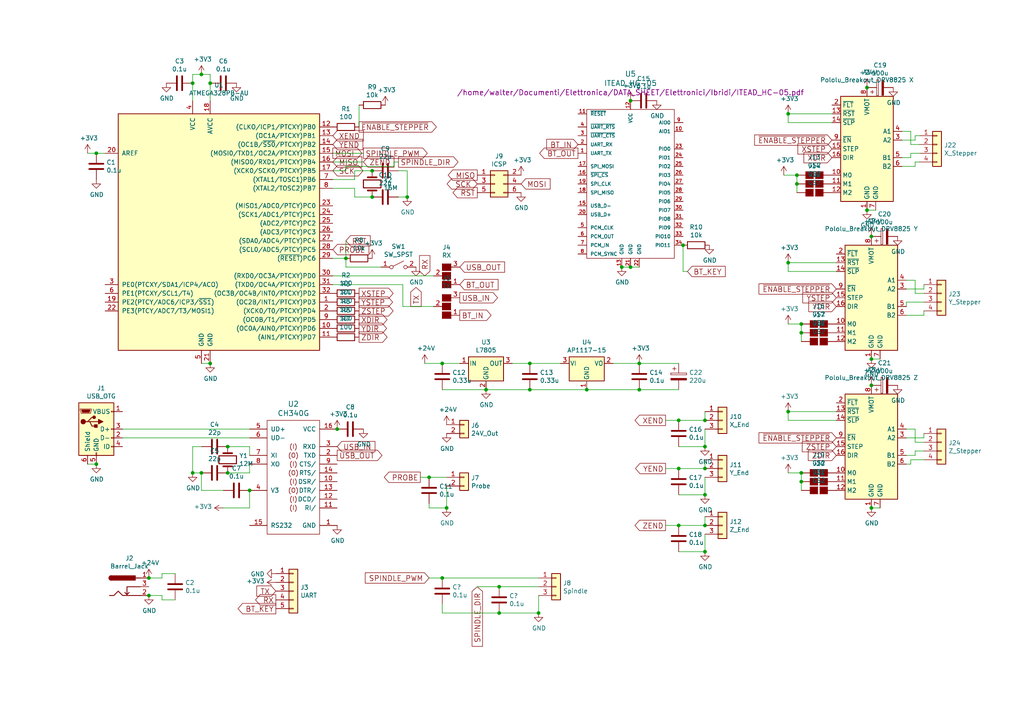
<source format=kicad_sch>
(kicad_sch (version 20230121) (generator eeschema)
  (paper "A4")
  (junction (at 66.04 129.54))
  (junction (at 128.27 167.64))
  (junction (at 252.73 68.58))
  (junction (at 43.18 167.64))
  (junction (at 144.78 170.18))
  (junction (at 182.88 29.21))
  (junction (at 204.47 152.4))
  (junction (at 182.88 77.47))
  (junction (at 55.88 137.16))
  (junction (at 118.11 57.15))
  (junction (at 204.47 129.54))
  (junction (at 58.42 137.16))
  (junction (at 124.46 138.43))
  (junction (at 228.6 119.38))
  (junction (at 144.78 177.8))
  (junction (at 72.39 142.24))
  (junction (at 204.47 143.51))
  (junction (at 204.47 160.02))
  (junction (at 66.04 137.16))
  (junction (at 232.41 93.98))
  (junction (at 153.67 105.41))
  (junction (at 231.14 53.34))
  (junction (at 55.88 24.13))
  (junction (at 252.73 111.76))
  (junction (at 185.42 105.41))
  (junction (at 140.97 113.03))
  (junction (at 204.47 121.92))
  (junction (at 60.96 105.41))
  (junction (at 228.6 76.2))
  (junction (at 153.67 113.03))
  (junction (at 204.47 135.89))
  (junction (at 180.34 77.47))
  (junction (at 228.6 33.02))
  (junction (at 252.73 104.14))
  (junction (at 27.94 134.62))
  (junction (at 252.73 147.32))
  (junction (at 129.54 147.32))
  (junction (at 170.18 113.03))
  (junction (at 251.46 25.4))
  (junction (at 231.14 50.8))
  (junction (at 97.79 124.46))
  (junction (at 27.94 44.45))
  (junction (at 196.85 152.4))
  (junction (at 107.95 57.15))
  (junction (at 128.27 105.41))
  (junction (at 156.21 177.8))
  (junction (at 251.46 60.96))
  (junction (at 232.41 96.52))
  (junction (at 198.12 71.12))
  (junction (at 196.85 121.92))
  (junction (at 232.41 139.7))
  (junction (at 107.95 49.53))
  (junction (at 196.85 135.89))
  (junction (at 58.42 21.59))
  (junction (at 185.42 113.03))
  (junction (at 100.33 74.93))
  (junction (at 60.96 24.13))
  (junction (at 43.18 172.72))
  (junction (at 232.41 137.16))
  (wire (pts (xy 196.85 135.89) (xy 204.47 135.89)))
  (wire (pts (xy 153.67 113.03) (xy 170.18 113.03)))
  (wire (pts (xy 265.43 130.81) (xy 267.97 130.81)))
  (wire (pts (xy 102.87 52.07) (xy 102.87 49.53)))
  (wire (pts (xy 228.6 35.56) (xy 228.6 33.02)))
  (wire (pts (xy 193.04 135.89) (xy 196.85 135.89)))
  (wire (pts (xy 228.6 121.92) (xy 228.6 119.38)))
  (wire (pts (xy 128.27 177.8) (xy 144.78 177.8)))
  (wire (pts (xy 129.54 138.43) (xy 124.46 138.43)))
  (wire (pts (xy 58.42 142.24) (xy 58.42 137.16)))
  (wire (pts (xy 46.99 172.72) (xy 46.99 173.99)))
  (wire (pts (xy 96.52 54.61) (xy 102.87 54.61)))
  (wire (pts (xy 116.84 82.55) (xy 116.84 88.9)))
  (wire (pts (xy 148.59 105.41) (xy 153.67 105.41)))
  (wire (pts (xy 100.33 77.47) (xy 100.33 74.93)))
  (wire (pts (xy 264.16 41.91) (xy 266.7 41.91)))
  (wire (pts (xy 102.87 57.15) (xy 107.95 57.15)))
  (wire (pts (xy 265.43 124.46) (xy 265.43 128.27)))
  (wire (pts (xy 138.43 170.18) (xy 144.78 170.18)))
  (wire (pts (xy 121.92 138.43) (xy 124.46 138.43)))
  (wire (pts (xy 156.21 172.72) (xy 156.21 177.8)))
  (wire (pts (xy 193.04 152.4) (xy 196.85 152.4)))
  (wire (pts (xy 25.4 134.62) (xy 27.94 134.62)))
  (wire (pts (xy 231.14 50.8) (xy 231.14 53.34)))
  (wire (pts (xy 96.52 52.07) (xy 102.87 52.07)))
  (wire (pts (xy 252.73 104.14) (xy 255.27 104.14)))
  (wire (pts (xy 46.99 173.99) (xy 50.8 173.99)))
  (wire (pts (xy 227.33 50.8) (xy 231.14 50.8)))
  (wire (pts (xy 264.16 38.1) (xy 264.16 41.91)))
  (wire (pts (xy 30.48 44.45) (xy 27.94 44.45)))
  (wire (pts (xy 196.85 121.92) (xy 204.47 121.92)))
  (wire (pts (xy 55.88 129.54) (xy 55.88 137.16)))
  (wire (pts (xy 156.21 170.18) (xy 144.78 170.18)))
  (wire (pts (xy 72.39 142.24) (xy 72.39 147.32)))
  (wire (pts (xy 265.43 48.26) (xy 261.62 48.26)))
  (wire (pts (xy 261.62 38.1) (xy 264.16 38.1)))
  (wire (pts (xy 124.46 167.64) (xy 128.27 167.64)))
  (wire (pts (xy 58.42 105.41) (xy 60.96 105.41)))
  (wire (pts (xy 261.62 40.64) (xy 265.43 40.64)))
  (wire (pts (xy 262.89 124.46) (xy 265.43 124.46)))
  (wire (pts (xy 123.19 105.41) (xy 128.27 105.41)))
  (wire (pts (xy 232.41 93.98) (xy 232.41 96.52)))
  (wire (pts (xy 204.47 124.46) (xy 204.47 129.54)))
  (wire (pts (xy 72.39 134.62) (xy 72.39 137.16)))
  (wire (pts (xy 265.43 132.08) (xy 265.43 130.81)))
  (wire (pts (xy 128.27 167.64) (xy 156.21 167.64)))
  (wire (pts (xy 72.39 147.32) (xy 64.77 147.32)))
  (wire (pts (xy 55.88 29.21) (xy 55.88 24.13)))
  (wire (pts (xy 196.85 152.4) (xy 204.47 152.4)))
  (wire (pts (xy 204.47 138.43) (xy 204.47 143.51)))
  (wire (pts (xy 264.16 133.35) (xy 267.97 133.35)))
  (wire (pts (xy 60.96 24.13) (xy 60.96 29.21)))
  (wire (pts (xy 228.6 137.16) (xy 232.41 137.16)))
  (wire (pts (xy 110.49 77.47) (xy 100.33 77.47)))
  (wire (pts (xy 177.8 105.41) (xy 185.42 105.41)))
  (wire (pts (xy 60.96 21.59) (xy 60.96 24.13)))
  (wire (pts (xy 129.54 140.97) (xy 129.54 147.32)))
  (wire (pts (xy 128.27 113.03) (xy 140.97 113.03)))
  (wire (pts (xy 153.67 113.03) (xy 140.97 113.03)))
  (wire (pts (xy 232.41 142.24) (xy 232.41 139.7)))
  (wire (pts (xy 55.88 21.59) (xy 55.88 24.13)))
  (wire (pts (xy 265.43 39.37) (xy 266.7 39.37)))
  (wire (pts (xy 241.3 33.02) (xy 228.6 33.02)))
  (wire (pts (xy 128.27 175.26) (xy 128.27 177.8)))
  (wire (pts (xy 100.33 49.53) (xy 100.33 48.26)))
  (wire (pts (xy 262.89 87.63) (xy 267.97 87.63)))
  (wire (pts (xy 100.33 48.26) (xy 114.3 48.26)))
  (wire (pts (xy 264.16 45.72) (xy 264.16 44.45)))
  (wire (pts (xy 193.04 121.92) (xy 196.85 121.92)))
  (wire (pts (xy 262.89 127) (xy 267.97 127)))
  (wire (pts (xy 114.3 48.26) (xy 114.3 46.99)))
  (wire (pts (xy 72.39 129.54) (xy 72.39 132.08)))
  (wire (pts (xy 102.87 54.61) (xy 102.87 57.15)))
  (wire (pts (xy 72.39 127) (xy 35.56 127)))
  (wire (pts (xy 105.41 44.45) (xy 96.52 44.45)))
  (wire (pts (xy 261.62 45.72) (xy 264.16 45.72)))
  (wire (pts (xy 58.42 21.59) (xy 60.96 21.59)))
  (wire (pts (xy 96.52 80.01) (xy 125.73 80.01)))
  (wire (pts (xy 35.56 124.46) (xy 72.39 124.46)))
  (wire (pts (xy 204.47 133.35) (xy 204.47 135.89)))
  (wire (pts (xy 114.3 46.99) (xy 115.57 46.99)))
  (wire (pts (xy 204.47 149.86) (xy 204.47 152.4)))
  (wire (pts (xy 105.41 46.99) (xy 96.52 46.99)))
  (wire (pts (xy 100.33 69.85) (xy 100.33 74.93)))
  (wire (pts (xy 267.97 91.44) (xy 267.97 90.17)))
  (wire (pts (xy 170.18 113.03) (xy 185.42 113.03)))
  (wire (pts (xy 242.57 121.92) (xy 228.6 121.92)))
  (wire (pts (xy 262.89 134.62) (xy 264.16 134.62)))
  (wire (pts (xy 46.99 166.37) (xy 50.8 166.37)))
  (wire (pts (xy 267.97 127) (xy 267.97 125.73)))
  (wire (pts (xy 228.6 78.74) (xy 228.6 76.2)))
  (wire (pts (xy 199.39 78.74) (xy 198.12 78.74)))
  (wire (pts (xy 196.85 143.51) (xy 204.47 143.51)))
  (wire (pts (xy 266.7 46.99) (xy 265.43 46.99)))
  (wire (pts (xy 242.57 119.38) (xy 228.6 119.38)))
  (wire (pts (xy 262.89 88.9) (xy 262.89 87.63)))
  (wire (pts (xy 25.4 44.45) (xy 27.94 44.45)))
  (wire (pts (xy 262.89 132.08) (xy 265.43 132.08)))
  (wire (pts (xy 204.47 154.94) (xy 204.47 160.02)))
  (wire (pts (xy 196.85 160.02) (xy 204.47 160.02)))
  (wire (pts (xy 133.35 105.41) (xy 128.27 105.41)))
  (wire (pts (xy 144.78 177.8) (xy 156.21 177.8)))
  (wire (pts (xy 116.84 88.9) (xy 125.73 88.9)))
  (wire (pts (xy 262.89 83.82) (xy 267.97 83.82)))
  (wire (pts (xy 115.57 49.53) (xy 118.11 49.53)))
  (wire (pts (xy 46.99 167.64) (xy 46.99 166.37)))
  (wire (pts (xy 262.89 81.28) (xy 265.43 81.28)))
  (wire (pts (xy 265.43 85.09) (xy 267.97 85.09)))
  (wire (pts (xy 102.87 49.53) (xy 107.95 49.53)))
  (wire (pts (xy 232.41 96.52) (xy 232.41 99.06)))
  (wire (pts (xy 265.43 40.64) (xy 265.43 39.37)))
  (wire (pts (xy 232.41 139.7) (xy 232.41 137.16)))
  (wire (pts (xy 115.57 57.15) (xy 118.11 57.15)))
  (wire (pts (xy 96.52 49.53) (xy 100.33 49.53)))
  (wire (pts (xy 129.54 147.32) (xy 124.46 147.32)))
  (wire (pts (xy 262.89 91.44) (xy 267.97 91.44)))
  (wire (pts (xy 185.42 105.41) (xy 196.85 105.41)))
  (wire (pts (xy 228.6 93.98) (xy 232.41 93.98)))
  (wire (pts (xy 265.43 128.27) (xy 267.97 128.27)))
  (wire (pts (xy 64.77 142.24) (xy 58.42 142.24)))
  (wire (pts (xy 96.52 74.93) (xy 100.33 74.93)))
  (wire (pts (xy 251.46 60.96) (xy 254 60.96)))
  (wire (pts (xy 124.46 147.32) (xy 124.46 146.05)))
  (wire (pts (xy 58.42 21.59) (xy 55.88 21.59)))
  (wire (pts (xy 153.67 105.41) (xy 162.56 105.41)))
  (wire (pts (xy 198.12 78.74) (xy 198.12 71.12)))
  (wire (pts (xy 118.11 49.53) (xy 118.11 57.15)))
  (wire (pts (xy 196.85 113.03) (xy 185.42 113.03)))
  (wire (pts (xy 241.3 35.56) (xy 228.6 35.56)))
  (wire (pts (xy 43.18 167.64) (xy 46.99 167.64)))
  (wire (pts (xy 265.43 81.28) (xy 265.43 85.09)))
  (wire (pts (xy 265.43 46.99) (xy 265.43 48.26)))
  (wire (pts (xy 252.73 147.32) (xy 255.27 147.32)))
  (wire (pts (xy 185.42 77.47) (xy 182.88 77.47)))
  (wire (pts (xy 267.97 83.82) (xy 267.97 82.55)))
  (wire (pts (xy 43.18 172.72) (xy 46.99 172.72)))
  (wire (pts (xy 104.14 30.48) (xy 104.14 36.83)))
  (wire (pts (xy 72.39 137.16) (xy 66.04 137.16)))
  (wire (pts (xy 228.6 76.2) (xy 242.57 76.2)))
  (wire (pts (xy 96.52 82.55) (xy 116.84 82.55)))
  (wire (pts (xy 182.88 77.47) (xy 180.34 77.47)))
  (wire (pts (xy 264.16 44.45) (xy 266.7 44.45)))
  (wire (pts (xy 196.85 129.54) (xy 204.47 129.54)))
  (wire (pts (xy 66.04 129.54) (xy 72.39 129.54)))
  (wire (pts (xy 204.47 119.38) (xy 204.47 121.92)))
  (wire (pts (xy 231.14 53.34) (xy 231.14 55.88)))
  (wire (pts (xy 264.16 134.62) (xy 264.16 133.35)))
  (wire (pts (xy 55.88 137.16) (xy 58.42 137.16)))
  (wire (pts (xy 58.42 129.54) (xy 55.88 129.54)))
  (wire (pts (xy 242.57 78.74) (xy 228.6 78.74)))
  (global_label "BT_OUT" (shape output) (at 167.64 44.45 180) (effects (font (size 1.524 1.524))) (property "Intersheetrefs" "${INTERSHEET_REFS}" (effects hide)))
  (global_label "BT_KEY" (shape output) (at 80.01 176.53 180) (effects (font (size 1.524 1.524))) (property "Intersheetrefs" "${INTERSHEET_REFS}" (effects hide)))
  (global_label "XDIR" (shape output) (at 104.14 92.71 0) (effects (font (size 1.524 1.524))) (property "Intersheetrefs" "${INTERSHEET_REFS}" (effects hide)))
  (global_label "ZDIR" (shape output) (at 104.14 97.79 0) (effects (font (size 1.524 1.524))) (property "Intersheetrefs" "${INTERSHEET_REFS}" (effects hide)))
  (global_label "XEND" (shape input) (at 96.52 39.37 0) (effects (font (size 1.524 1.524))) (property "Intersheetrefs" "${INTERSHEET_REFS}" (effects hide)))
  (global_label "ZEND" (shape output) (at 193.04 152.4 180) (effects (font (size 1.524 1.524))) (property "Intersheetrefs" "${INTERSHEET_REFS}" (effects hide)))
  (global_label "RST" (shape input) (at 100.33 69.85 0) (effects (font (size 1.524 1.524))) (property "Intersheetrefs" "${INTERSHEET_REFS}" (effects hide)))
  (global_label "YSTEP" (shape output) (at 104.14 87.63 0) (effects (font (size 1.524 1.524))) (property "Intersheetrefs" "${INTERSHEET_REFS}" (effects hide)))
  (global_label "PROBE" (shape input) (at 96.52 72.39 0) (effects (font (size 1.524 1.524))) (property "Intersheetrefs" "${INTERSHEET_REFS}" (effects hide)))
  (global_label "ZSTEP" (shape output) (at 104.14 90.17 0) (effects (font (size 1.524 1.524))) (property "Intersheetrefs" "${INTERSHEET_REFS}" (effects hide)))
  (global_label "SCK" (shape bidirectional) (at 96.52 49.53 0) (effects (font (size 1.524 1.524))) (property "Intersheetrefs" "${INTERSHEET_REFS}" (effects hide)))
  (global_label "XSTEP" (shape input) (at 241.3 43.18 180) (effects (font (size 1.524 1.524))) (property "Intersheetrefs" "${INTERSHEET_REFS}" (effects hide)))
  (global_label "RX" (shape input) (at 123.19 80.01 90) (effects (font (size 1.524 1.524))) (property "Intersheetrefs" "${INTERSHEET_REFS}" (effects hide)))
  (global_label "SCK" (shape bidirectional) (at 138.43 53.34 180) (effects (font (size 1.524 1.524))) (property "Intersheetrefs" "${INTERSHEET_REFS}" (effects hide)))
  (global_label "TX" (shape input) (at 80.01 171.45 180) (effects (font (size 1.524 1.524))) (property "Intersheetrefs" "${INTERSHEET_REFS}" (effects hide)))
  (global_label "BT_IN" (shape input) (at 167.64 41.91 180) (effects (font (size 1.524 1.524))) (property "Intersheetrefs" "${INTERSHEET_REFS}" (effects hide)))
  (global_label "~{ENABLE_STEPPER}" (shape input) (at 242.57 83.82 180) (effects (font (size 1.524 1.524))) (property "Intersheetrefs" "${INTERSHEET_REFS}" (effects hide)))
  (global_label "SPINDLE_DIR" (shape output) (at 115.57 46.99 0) (effects (font (size 1.524 1.524))) (property "Intersheetrefs" "${INTERSHEET_REFS}" (effects hide)))
  (global_label "YEND" (shape output) (at 193.04 135.89 180) (effects (font (size 1.524 1.524))) (property "Intersheetrefs" "${INTERSHEET_REFS}" (effects hide)))
  (global_label "PROBE" (shape output) (at 121.92 138.43 180) (effects (font (size 1.524 1.524))) (property "Intersheetrefs" "${INTERSHEET_REFS}" (effects hide)))
  (global_label "BT_KEY" (shape input) (at 199.39 78.74 0) (effects (font (size 1.524 1.524))) (property "Intersheetrefs" "${INTERSHEET_REFS}" (effects hide)))
  (global_label "RX" (shape output) (at 80.01 173.99 180) (effects (font (size 1.524 1.524))) (property "Intersheetrefs" "${INTERSHEET_REFS}" (effects hide)))
  (global_label "ZEND" (shape input) (at 105.41 46.99 0) (effects (font (size 1.524 1.524))) (property "Intersheetrefs" "${INTERSHEET_REFS}" (effects hide)))
  (global_label "MISO" (shape input) (at 96.52 46.99 0) (effects (font (size 1.524 1.524))) (property "Intersheetrefs" "${INTERSHEET_REFS}" (effects hide)))
  (global_label "XDIR" (shape input) (at 241.3 45.72 180) (effects (font (size 1.524 1.524))) (property "Intersheetrefs" "${INTERSHEET_REFS}" (effects hide)))
  (global_label "USB_OUT" (shape output) (at 97.79 132.08 0) (effects (font (size 1.524 1.524))) (property "Intersheetrefs" "${INTERSHEET_REFS}" (effects hide)))
  (global_label "MOSI" (shape output) (at 96.52 44.45 0) (effects (font (size 1.524 1.524))) (property "Intersheetrefs" "${INTERSHEET_REFS}" (effects hide)))
  (global_label "SPINDLE_PWM" (shape input) (at 124.46 167.64 180) (effects (font (size 1.524 1.524))) (property "Intersheetrefs" "${INTERSHEET_REFS}" (effects hide)))
  (global_label "~{ENABLE_STEPPER}" (shape input) (at 241.3 40.64 180) (effects (font (size 1.524 1.524))) (property "Intersheetrefs" "${INTERSHEET_REFS}" (effects hide)))
  (global_label "YDIR" (shape input) (at 242.57 88.9 180) (effects (font (size 1.524 1.524))) (property "Intersheetrefs" "${INTERSHEET_REFS}" (effects hide)))
  (global_label "USB_OUT" (shape input) (at 133.35 77.47 0) (effects (font (size 1.524 1.524))) (property "Intersheetrefs" "${INTERSHEET_REFS}" (effects hide)))
  (global_label "~{ENABLE_STEPPER}" (shape input) (at 242.57 127 180) (effects (font (size 1.524 1.524))) (property "Intersheetrefs" "${INTERSHEET_REFS}" (effects hide)))
  (global_label "XEND" (shape output) (at 193.04 121.92 180) (effects (font (size 1.524 1.524))) (property "Intersheetrefs" "${INTERSHEET_REFS}" (effects hide)))
  (global_label "BT_OUT" (shape input) (at 133.35 82.55 0) (effects (font (size 1.524 1.524))) (property "Intersheetrefs" "${INTERSHEET_REFS}" (effects hide)))
  (global_label "SPINDLE_PWM" (shape output) (at 105.41 44.45 0) (effects (font (size 1.524 1.524))) (property "Intersheetrefs" "${INTERSHEET_REFS}" (effects hide)))
  (global_label "YEND" (shape input) (at 96.52 41.91 0) (effects (font (size 1.524 1.524))) (property "Intersheetrefs" "${INTERSHEET_REFS}" (effects hide)))
  (global_label "YDIR" (shape output) (at 104.14 95.25 0) (effects (font (size 1.524 1.524))) (property "Intersheetrefs" "${INTERSHEET_REFS}" (effects hide)))
  (global_label "XSTEP" (shape output) (at 104.14 85.09 0) (effects (font (size 1.524 1.524))) (property "Intersheetrefs" "${INTERSHEET_REFS}" (effects hide)))
  (global_label "MISO" (shape output) (at 138.43 50.8 180) (effects (font (size 1.524 1.524))) (property "Intersheetrefs" "${INTERSHEET_REFS}" (effects hide)))
  (global_label "YSTEP" (shape input) (at 242.57 86.36 180) (effects (font (size 1.524 1.524))) (property "Intersheetrefs" "${INTERSHEET_REFS}" (effects hide)))
  (global_label "SPINDLE_DIR" (shape input) (at 138.43 170.18 270) (effects (font (size 1.524 1.524))) (property "Intersheetrefs" "${INTERSHEET_REFS}" (effects hide)))
  (global_label "ZSTEP" (shape input) (at 242.57 129.54 180) (effects (font (size 1.524 1.524))) (property "Intersheetrefs" "${INTERSHEET_REFS}" (effects hide)))
  (global_label "~{ENABLE_STEPPER}" (shape output) (at 104.14 36.83 0) (effects (font (size 1.524 1.524))) (property "Intersheetrefs" "${INTERSHEET_REFS}" (effects hide)))
  (global_label "ZDIR" (shape input) (at 242.57 132.08 180) (effects (font (size 1.524 1.524))) (property "Intersheetrefs" "${INTERSHEET_REFS}" (effects hide)))
  (global_label "BT_IN" (shape output) (at 133.35 91.44 0) (effects (font (size 1.524 1.524))) (property "Intersheetrefs" "${INTERSHEET_REFS}" (effects hide)))
  (global_label "USB_IN" (shape input) (at 97.79 129.54 0) (effects (font (size 1.524 1.524))) (property "Intersheetrefs" "${INTERSHEET_REFS}" (effects hide)))
  (global_label "TX" (shape output) (at 120.65 88.9 90) (effects (font (size 1.524 1.524))) (property "Intersheetrefs" "${INTERSHEET_REFS}" (effects hide)))
  (global_label "USB_IN" (shape output) (at 133.35 86.36 0) (effects (font (size 1.524 1.524))) (property "Intersheetrefs" "${INTERSHEET_REFS}" (effects hide)))
  (global_label "RST" (shape output) (at 138.43 55.88 180) (effects (font (size 1.524 1.524))) (property "Intersheetrefs" "${INTERSHEET_REFS}" (effects hide)))
  (global_label "MOSI" (shape input) (at 151.13 53.34 0) (effects (font (size 1.524 1.524))) (property "Intersheetrefs" "${INTERSHEET_REFS}" (effects hide)))
  (symbol (lib_id "dolly-rescue:C-device") (at 128.27 171.45 180) (unit 1)
    (property "Reference" "C?" (at 131.191 170.2816 0) (effects (justify right)))
    (property "Value" "0.1u" (at 131.191 172.593 0) (effects (justify right)))
    (property "Footprint" "coddingtonbear:0805_Milling" (effects hide))
  )
  (symbol (lib_id "dolly-rescue:C-device") (at 144.78 173.99 180) (unit 1)
    (property "Reference" "C?" (at 147.701 172.8216 0) (effects (justify right)))
    (property "Value" "0.1u" (at 147.701 175.133 0) (effects (justify right)))
    (property "Footprint" "coddingtonbear:0805_Milling" (effects hide))
  )
  (symbol (lib_id "dolly-rescue:Pololu_Breakout_DRV8825-modules") (at 251.46 40.64 0) (unit 1)
    (property "Reference" "A1" (at 251.46 20.8788 0))
    (property "Value" "Pololu_Breakout_DRV8825 X" (at 251.46 23.1902 0))
    (property "Footprint" "coddingtonbear:Pololu_Stepper_Breakout" (effects hide))
    (property "Datasheet" "https://www.pololu.com/product/2982" (effects hide))
  )
  (symbol (lib_id "dolly-rescue:Pololu_Breakout_DRV8825-modules") (at 252.73 83.82 0) (unit 1)
    (property "Reference" "A2" (at 252.73 64.0588 0))
    (property "Value" "Pololu_Breakout_DRV8825 Y" (at 252.73 66.3702 0))
    (property "Footprint" "coddingtonbear:Pololu_Stepper_Breakout" (effects hide))
    (property "Datasheet" "https://www.pololu.com/product/2982" (effects hide))
  )
  (symbol (lib_id "dolly-rescue:Pololu_Breakout_DRV8825-modules") (at 252.73 127 0) (unit 1)
    (property "Reference" "A3" (at 252.73 107.2388 0))
    (property "Value" "Pololu_Breakout_DRV8825 Z" (at 252.73 109.5502 0))
    (property "Footprint" "coddingtonbear:Pololu_Stepper_Breakout" (effects hide))
    (property "Datasheet" "https://www.pololu.com/product/2982" (effects hide))
  )
  (symbol (lib_id "dolly-rescue:ATMEGA328PB-AU-atmel") (at 63.5 67.31 0) (unit 1)
    (property "Reference" "U1" (at 63.5 24.6888 0))
    (property "Value" "ATMEGA328PB-AU" (at 63.5 27.0002 0))
    (property "Footprint" "sherifeid/RoboLib.pretty:TQFP32_ATMEGA328P" (effects hide))
    (property "Datasheet" "http://www.atmel.com/images/atmel-42397-8-bit-avr-microcontroller-atmega328pb_datasheet.pdf" (effects hide))
  )
  (symbol (lib_id "dolly-rescue:R-device") (at 107.95 30.48 270) (unit 1)
    (property "Reference" "R9" (at 107.95 25.2222 90))
    (property "Value" "10k" (at 107.95 27.5336 90))
    (property "Footprint" "coddingtonbear:0805_Milling" (effects hide))
  )
  (symbol (lib_id "dolly-rescue:R-device") (at 100.33 36.83 270) (unit 1)
    (property "Reference" "R1" (at 100.33 31.5722 90))
    (property "Value" "100" (at 100.33 33.8836 90))
    (property "Footprint" "coddingtonbear:0805_Milling" (effects hide))
  )
  (symbol (lib_id "dolly-rescue:GS2-Connector") (at 236.22 50.8 270) (unit 1)
    (property "Reference" "J13" (at 236.22 45.593 90))
    (property "Value" "GS2" (at 236.22 47.9044 90))
    (property "Footprint" "KiCad/Connect.pretty:GS2" (effects hide))
  )
  (symbol (lib_id "dolly-rescue:GS2-Connector") (at 236.22 53.34 270) (unit 1)
    (property "Reference" "J14" (at 236.22 48.133 90))
    (property "Value" "GS2" (at 236.22 50.4444 90))
    (property "Footprint" "KiCad/Connect.pretty:GS2" (effects hide))
  )
  (symbol (lib_id "dolly-rescue:GS2-Connector") (at 236.22 55.88 270) (unit 1)
    (property "Reference" "J15" (at 236.22 50.673 90))
    (property "Value" "GS2" (at 236.22 52.9844 90))
    (property "Footprint" "KiCad/Connect.pretty:GS2" (effects hide))
  )
  (symbol (lib_id "dolly-rescue:GS2-Connector") (at 237.49 93.98 270) (unit 1)
    (property "Reference" "J16" (at 237.49 88.773 90))
    (property "Value" "GS2" (at 237.49 91.0844 90))
    (property "Footprint" "KiCad/Connect.pretty:GS2" (effects hide))
  )
  (symbol (lib_id "dolly-rescue:GS2-Connector") (at 237.49 96.52 270) (unit 1)
    (property "Reference" "J17" (at 237.49 91.313 90))
    (property "Value" "GS2" (at 237.49 93.6244 90))
    (property "Footprint" "KiCad/Connect.pretty:GS2" (effects hide))
  )
  (symbol (lib_id "dolly-rescue:GS2-Connector") (at 237.49 99.06 270) (unit 1)
    (property "Reference" "J18" (at 237.49 93.853 90))
    (property "Value" "GS2" (at 237.49 96.1644 90))
    (property "Footprint" "KiCad/Connect.pretty:GS2" (effects hide))
  )
  (symbol (lib_id "dolly-rescue:GS2-Connector") (at 237.49 137.16 270) (unit 1)
    (property "Reference" "J19" (at 237.49 131.953 90))
    (property "Value" "GS2" (at 237.49 134.2644 90))
    (property "Footprint" "KiCad/Connect.pretty:GS2" (effects hide))
  )
  (symbol (lib_id "dolly-rescue:GS2-Connector") (at 237.49 139.7 270) (unit 1)
    (property "Reference" "J20" (at 237.49 134.493 90))
    (property "Value" "GS2" (at 237.49 136.8044 90))
    (property "Footprint" "KiCad/Connect.pretty:GS2" (effects hide))
  )
  (symbol (lib_id "dolly-rescue:GS2-Connector") (at 237.49 142.24 270) (unit 1)
    (property "Reference" "J21" (at 237.49 137.033 90))
    (property "Value" "GS2" (at 237.49 139.3444 90))
    (property "Footprint" "KiCad/Connect.pretty:GS2" (effects hide))
  )
  (symbol (lib_id "power:+24V") (at 251.46 25.4 0) (unit 1)
    (property "Reference" "#PWR01" (effects hide))
    (property "Value" "+24V" (at 251.841 21.0058 0))
  )
  (symbol (lib_id "power:+24V") (at 252.73 68.58 0) (unit 1)
    (property "Reference" "#PWR02" (effects hide))
    (property "Value" "+24V" (at 253.111 64.1858 0))
  )
  (symbol (lib_id "power:+24V") (at 252.73 111.76 0) (unit 1)
    (property "Reference" "#PWR03" (effects hide))
    (property "Value" "+24V" (at 253.111 107.3658 0))
  )
  (symbol (lib_id "power:GND") (at 251.46 60.96 0) (unit 1)
    (property "Reference" "#PWR04" (effects hide))
    (property "Value" "GND" (at 251.587 65.3542 0))
  )
  (symbol (lib_id "power:GND") (at 252.73 104.14 0) (unit 1)
    (property "Reference" "#PWR05" (effects hide))
    (property "Value" "GND" (at 252.857 108.5342 0))
  )
  (symbol (lib_id "power:GND") (at 252.73 147.32 0) (unit 1)
    (property "Reference" "#PWR06" (effects hide))
    (property "Value" "GND" (at 252.857 151.7142 0))
  )
  (symbol (lib_id "dolly-rescue:R-device") (at 100.33 85.09 270) (unit 1)
    (property "Reference" "R2" (at 100.33 79.8322 90))
    (property "Value" "100" (at 100.33 82.1436 90))
    (property "Footprint" "coddingtonbear:0805_Milling" (effects hide))
  )
  (symbol (lib_id "dolly-rescue:R-device") (at 100.33 92.71 270) (unit 1)
    (property "Reference" "R5" (at 100.33 87.4522 90))
    (property "Value" "100" (at 100.33 89.7636 90))
    (property "Footprint" "coddingtonbear:0805_Milling" (effects hide))
  )
  (symbol (lib_id "dolly-rescue:R-device") (at 100.33 95.25 270) (unit 1)
    (property "Reference" "R6" (at 100.33 89.9922 90))
    (property "Value" "100" (at 100.33 92.3036 90))
    (property "Footprint" "coddingtonbear:0805_Milling" (effects hide))
  )
  (symbol (lib_id "dolly-rescue:R-device") (at 100.33 87.63 270) (unit 1)
    (property "Reference" "R3" (at 100.33 82.3722 90))
    (property "Value" "100" (at 100.33 84.6836 90))
    (property "Footprint" "coddingtonbear:0805_Milling" (effects hide))
  )
  (symbol (lib_id "dolly-rescue:R-device") (at 100.33 90.17 270) (unit 1)
    (property "Reference" "R4" (at 100.33 84.9122 90))
    (property "Value" "100" (at 100.33 87.2236 90))
    (property "Footprint" "coddingtonbear:0805_Milling" (effects hide))
  )
  (symbol (lib_id "dolly-rescue:R-device") (at 100.33 97.79 270) (unit 1)
    (property "Reference" "R7" (at 100.33 92.5322 90))
    (property "Value" "100" (at 100.33 94.8436 90))
    (property "Footprint" "coddingtonbear:0805_Milling" (effects hide))
  )
  (symbol (lib_id "dolly-rescue:Crystal-device") (at 107.95 53.34 270) (unit 1)
    (property "Reference" "Y2" (at 111.2774 52.1716 90) (effects (justify left)))
    (property "Value" "16M" (at 111.2774 54.483 90) (effects (justify left)))
    (property "Footprint" "monostable/CommonPartsLibrary.pretty:XTAL_HC-49US-16.000MHZ" (effects hide))
  )
  (symbol (lib_id "dolly-rescue:C-device") (at 111.76 49.53 270) (unit 1)
    (property "Reference" "C9" (at 111.76 43.1292 90))
    (property "Value" "22p" (at 111.76 45.4406 90))
    (property "Footprint" "coddingtonbear:0805_Milling" (effects hide))
  )
  (symbol (lib_id "dolly-rescue:C-device") (at 111.76 57.15 270) (unit 1)
    (property "Reference" "C10" (at 111.76 50.7492 90))
    (property "Value" "22p" (at 111.76 53.0606 90))
    (property "Footprint" "coddingtonbear:0805_Milling" (effects hide))
  )
  (symbol (lib_id "power:GND") (at 118.11 57.15 0) (unit 1)
    (property "Reference" "#PWR07" (effects hide))
    (property "Value" "GND" (at 118.237 61.5442 0))
  )
  (symbol (lib_id "dolly-rescue:CH340G-coddingtonbear") (at 85.09 139.7 0) (unit 1)
    (property "Reference" "U2" (at 85.09 117.1702 0) (effects (font (size 1.524 1.524))))
    (property "Value" "CH340G" (at 85.09 119.8626 0) (effects (font (size 1.524 1.524))))
    (property "Footprint" "adamgreig/agg-kicad/agg.pretty:SOIC-16" (effects hide))
  )
  (symbol (lib_id "dolly-rescue:Crystal-device") (at 66.04 133.35 90) (unit 1)
    (property "Reference" "Y1" (at 69.3674 132.1816 90) (effects (justify right)))
    (property "Value" "12M" (at 69.3674 134.493 90) (effects (justify right)))
    (property "Footprint" "monostable/CommonPartsLibrary.pretty:XTAL_HC-49US-16.000MHZ" (effects hide))
  )
  (symbol (lib_id "dolly-rescue:C-device") (at 62.23 129.54 270) (unit 1)
    (property "Reference" "C4" (at 62.23 123.1392 90))
    (property "Value" "22p" (at 62.23 125.4506 90))
    (property "Footprint" "coddingtonbear:0805_Milling" (effects hide))
  )
  (symbol (lib_id "dolly-rescue:C-device") (at 62.23 137.16 270) (unit 1)
    (property "Reference" "C5" (at 62.23 130.7592 90))
    (property "Value" "22p" (at 62.23 133.0706 90))
    (property "Footprint" "coddingtonbear:0805_Milling" (effects hide))
  )
  (symbol (lib_id "power:GND") (at 55.88 137.16 0) (unit 1)
    (property "Reference" "#PWR08" (effects hide))
    (property "Value" "GND" (at 56.007 141.5542 0))
  )
  (symbol (lib_id "power:GND") (at 97.79 152.4 0) (unit 1)
    (property "Reference" "#PWR09" (effects hide))
    (property "Value" "GND" (at 97.917 156.7942 0))
  )
  (symbol (lib_id "power:GND") (at 60.96 105.41 0) (unit 1)
    (property "Reference" "#PWR010" (effects hide))
    (property "Value" "GND" (at 61.087 109.8042 0))
  )
  (symbol (lib_id "dolly-rescue:C-device") (at 52.07 24.13 270) (unit 1)
    (property "Reference" "C3" (at 52.07 17.7292 90))
    (property "Value" "0.1u" (at 52.07 20.0406 90))
    (property "Footprint" "coddingtonbear:0805_Milling" (effects hide))
  )
  (symbol (lib_id "dolly-rescue:C-device") (at 64.77 24.13 270) (unit 1)
    (property "Reference" "C6" (at 64.77 17.7292 90))
    (property "Value" "0.1u" (at 64.77 20.0406 90))
    (property "Footprint" "coddingtonbear:0805_Milling" (effects hide))
  )
  (symbol (lib_id "power:GND") (at 68.58 24.13 0) (unit 1)
    (property "Reference" "#PWR011" (effects hide))
    (property "Value" "GND" (at 68.707 28.5242 0))
  )
  (symbol (lib_id "power:GND") (at 48.26 24.13 0) (unit 1)
    (property "Reference" "#PWR012" (effects hide))
    (property "Value" "GND" (at 48.387 28.5242 0))
  )
  (symbol (lib_id "dolly-rescue:C-device") (at 27.94 48.26 180) (unit 1)
    (property "Reference" "C1" (at 30.861 47.0916 0) (effects (justify right)))
    (property "Value" "0.1u" (at 30.861 49.403 0) (effects (justify right)))
    (property "Footprint" "coddingtonbear:0805_Milling" (effects hide))
  )
  (symbol (lib_id "power:GND") (at 27.94 52.07 0) (unit 1)
    (property "Reference" "#PWR013" (effects hide))
    (property "Value" "GND" (at 28.067 56.4642 0))
  )
  (symbol (lib_id "dolly-rescue:C-device") (at 68.58 142.24 90) (unit 1)
    (property "Reference" "C7" (at 68.58 135.8392 90))
    (property "Value" "0.1u" (at 68.58 138.1506 90))
    (property "Footprint" "coddingtonbear:0805_Milling" (effects hide))
  )
  (symbol (lib_id "dolly-rescue:USB_OTG-Connector") (at 27.94 124.46 0) (unit 1)
    (property "Reference" "J1" (at 29.337 112.5982 0))
    (property "Value" "USB_OTG" (at 29.337 114.9096 0))
    (property "Footprint" "coddingtonbear:UJ2-MIBH-4-SMT" (effects hide))
  )
  (symbol (lib_id "power:GND") (at 27.94 134.62 0) (unit 1)
    (property "Reference" "#PWR014" (effects hide))
    (property "Value" "GND" (at 28.067 139.0142 0))
  )
  (symbol (lib_id "dolly-rescue:Barrel_Jack-Connector") (at 35.56 170.18 0) (unit 1)
    (property "Reference" "J2" (at 37.5412 161.925 0))
    (property "Value" "Barrel_Jack" (at 37.5412 164.2364 0))
    (property "Footprint" "KiCad/Connect.pretty:BARREL_JACK" (effects hide))
  )
  (symbol (lib_id "power:+24V") (at 43.18 167.64 0) (unit 1)
    (property "Reference" "#PWR015" (effects hide))
    (property "Value" "+24V" (at 43.561 163.2458 0))
  )
  (symbol (lib_id "power:GND") (at 43.18 172.72 0) (unit 1)
    (property "Reference" "#PWR016" (effects hide))
    (property "Value" "GND" (at 43.307 177.1142 0))
  )
  (symbol (lib_id "dolly-rescue:C-device") (at 50.8 170.18 180) (unit 1)
    (property "Reference" "C2" (at 53.721 169.0116 0) (effects (justify right)))
    (property "Value" "0.1u" (at 53.721 171.323 0) (effects (justify right)))
    (property "Footprint" "coddingtonbear:0805_Milling" (effects hide))
  )
  (symbol (lib_id "dolly-rescue:C-device") (at 101.6 124.46 90) (unit 1)
    (property "Reference" "C8" (at 101.6 118.0592 90))
    (property "Value" "0.1u" (at 101.6 120.3706 90))
    (property "Footprint" "coddingtonbear:0805_Milling" (effects hide))
  )
  (symbol (lib_id "power:GND") (at 105.41 124.46 0) (unit 1)
    (property "Reference" "#PWR017" (effects hide))
    (property "Value" "GND" (at 105.537 128.8542 0))
  )
  (symbol (lib_id "dolly-rescue:R-device") (at 104.14 74.93 270) (unit 1)
    (property "Reference" "R8" (at 104.14 69.6722 90))
    (property "Value" "10k" (at 104.14 71.9836 90))
    (property "Footprint" "coddingtonbear:0805_Milling" (effects hide))
  )
  (symbol (lib_id "Switch:SW_SPST") (at 115.57 77.47 0) (unit 1)
    (property "Reference" "SW1" (at 115.57 71.501 0))
    (property "Value" "SW_SPST" (at 115.57 73.8124 0))
    (property "Footprint" "freetronics/freetronics_kicad_library/freetronics_footprints.pretty:SW_PUSHBUTTON_TINY_2PIN" (effects hide))
  )
  (symbol (lib_id "power:GND") (at 120.65 77.47 0) (unit 1)
    (property "Reference" "#PWR018" (effects hide))
    (property "Value" "GND" (at 120.777 81.8642 0))
  )
  (symbol (lib_id "dolly-rescue:CP-device") (at 255.27 25.4 90) (unit 1)
    (property "Reference" "C19" (at 255.27 18.923 90))
    (property "Value" "100u" (at 255.27 21.2344 90))
    (property "Footprint" "ohdsp/KiCad-Libs/MyKiCadLibs-Footprints.pretty:CAP-SMD-SIZE-D" (effects hide))
  )
  (symbol (lib_id "dolly-rescue:CP-device") (at 256.54 68.58 90) (unit 1)
    (property "Reference" "C20" (at 256.54 62.103 90))
    (property "Value" "100u" (at 256.54 64.4144 90))
    (property "Footprint" "ohdsp/KiCad-Libs/MyKiCadLibs-Footprints.pretty:CAP-SMD-SIZE-D" (effects hide))
  )
  (symbol (lib_id "dolly-rescue:CP-device") (at 256.54 111.76 90) (unit 1)
    (property "Reference" "C21" (at 256.54 105.283 90))
    (property "Value" "100u" (at 256.54 107.5944 90))
    (property "Footprint" "ohdsp/KiCad-Libs/MyKiCadLibs-Footprints.pretty:CAP-SMD-SIZE-D" (effects hide))
  )
  (symbol (lib_id "power:GND") (at 259.08 25.4 0) (unit 1)
    (property "Reference" "#PWR019" (effects hide))
    (property "Value" "GND" (at 259.207 29.7942 0))
  )
  (symbol (lib_id "power:GND") (at 260.35 68.58 0) (unit 1)
    (property "Reference" "#PWR020" (effects hide))
    (property "Value" "GND" (at 260.477 72.9742 0))
  )
  (symbol (lib_id "power:GND") (at 260.35 111.76 0) (unit 1)
    (property "Reference" "#PWR021" (effects hide))
    (property "Value" "GND" (at 260.477 116.1542 0))
  )
  (symbol (lib_id "dolly-rescue:ITEAD_HC-05-w_rf") (at 182.88 53.34 0) (unit 1)
    (property "Reference" "U5" (at 182.88 21.4376 0) (effects (font (size 1.524 1.524))))
    (property "Value" "ITEAD_HC-05" (at 182.88 24.13 0) (effects (font (size 1.524 1.524))))
    (property "Footprint" "pelrun/libKiCad/footprint/w_rf_modules.pretty:ITEAD_HC-05" (effects hide))
    (property "Datasheet" "/home/walter/Documenti/Elettronica/DATA_SHEET/Elettronici/Ibridi/ITEAD_HC-05.pdf" (at 182.88 26.8224 0) (effects (font (size 1.524 1.524))))
  )
  (symbol (lib_id "dolly-rescue:GS3-Connector") (at 129.54 80.01 180) (unit 1)
    (property "Reference" "J4" (at 129.54 71.755 0))
    (property "Value" "RX" (at 129.54 74.0664 0))
    (property "Footprint" "KiCad/Connect.pretty:GS3" (effects hide))
  )
  (symbol (lib_id "dolly-rescue:GS3-Connector") (at 129.54 88.9 180) (unit 1)
    (property "Reference" "J5" (at 129.54 80.645 0))
    (property "Value" "TX" (at 129.54 82.9564 0))
    (property "Footprint" "KiCad/Connect.pretty:GS3" (effects hide))
  )
  (symbol (lib_id "power:+3V3") (at 58.42 21.59 0) (unit 1)
    (property "Reference" "#PWR022" (effects hide))
    (property "Value" "+3V3" (at 58.801 17.1958 0))
  )
  (symbol (lib_id "power:+3V3") (at 228.6 33.02 0) (unit 1)
    (property "Reference" "#PWR023" (effects hide))
    (property "Value" "+3V3" (at 228.981 28.6258 0))
  )
  (symbol (lib_id "power:+3V3") (at 227.33 50.8 0) (unit 1)
    (property "Reference" "#PWR024" (effects hide))
    (property "Value" "+3V3" (at 227.711 46.4058 0))
  )
  (symbol (lib_id "power:+3V3") (at 228.6 76.2 0) (unit 1)
    (property "Reference" "#PWR025" (effects hide))
    (property "Value" "+3V3" (at 228.981 71.8058 0))
  )
  (symbol (lib_id "power:+3V3") (at 228.6 93.98 0) (unit 1)
    (property "Reference" "#PWR026" (effects hide))
    (property "Value" "+3V3" (at 228.981 89.5858 0))
  )
  (symbol (lib_id "power:+3V3") (at 228.6 119.38 0) (unit 1)
    (property "Reference" "#PWR027" (effects hide))
    (property "Value" "+3V3" (at 228.981 114.9858 0))
  )
  (symbol (lib_id "power:+3V3") (at 228.6 137.16 0) (unit 1)
    (property "Reference" "#PWR028" (effects hide))
    (property "Value" "+3V3" (at 228.981 132.7658 0))
  )
  (symbol (lib_id "power:+3V3") (at 111.76 30.48 0) (unit 1)
    (property "Reference" "#PWR029" (effects hide))
    (property "Value" "+3V3" (at 112.141 26.0858 0))
  )
  (symbol (lib_id "power:+3V3") (at 107.95 74.93 0) (unit 1)
    (property "Reference" "#PWR030" (effects hide))
    (property "Value" "+3V3" (at 108.331 70.5358 0))
  )
  (symbol (lib_id "power:+3V3") (at 25.4 44.45 0) (unit 1)
    (property "Reference" "#PWR031" (effects hide))
    (property "Value" "+3V3" (at 25.781 40.0558 0))
  )
  (symbol (lib_id "power:+3V3") (at 97.79 124.46 0) (unit 1)
    (property "Reference" "#PWR032" (effects hide))
    (property "Value" "+3V3" (at 98.171 120.0658 0))
  )
  (symbol (lib_id "power:+3V3") (at 182.88 29.21 0) (unit 1)
    (property "Reference" "#PWR033" (effects hide))
    (property "Value" "+3V3" (at 183.261 24.8158 0))
  )
  (symbol (lib_id "dolly-rescue:C-device") (at 186.69 29.21 270) (unit 1)
    (property "Reference" "C15" (at 186.69 22.8092 90))
    (property "Value" "0.1u" (at 186.69 25.1206 90))
    (property "Footprint" "coddingtonbear:0805_Milling" (effects hide))
  )
  (symbol (lib_id "power:GND") (at 190.5 29.21 0) (unit 1)
    (property "Reference" "#PWR034" (effects hide))
    (property "Value" "GND" (at 190.627 33.6042 0))
  )
  (symbol (lib_id "power:+3V3") (at 64.77 147.32 90) (unit 1)
    (property "Reference" "#PWR035" (effects hide))
    (property "Value" "+3V3" (at 61.5188 146.939 90) (effects (justify left)))
  )
  (symbol (lib_id "power:GND") (at 180.34 77.47 0) (unit 1)
    (property "Reference" "#PWR036" (effects hide))
    (property "Value" "GND" (at 180.467 81.8642 0))
  )
  (symbol (lib_id "dolly-rescue:R-device") (at 201.93 71.12 270) (unit 1)
    (property "Reference" "R10" (at 201.93 65.8622 90))
    (property "Value" "10k" (at 201.93 68.1736 90))
    (property "Footprint" "coddingtonbear:0805_Milling" (effects hide))
  )
  (symbol (lib_id "power:GND") (at 205.74 71.12 0) (unit 1)
    (property "Reference" "#PWR037" (effects hide))
    (property "Value" "GND" (at 205.867 75.5142 0))
  )
  (symbol (lib_id "power:GND") (at 80.01 166.37 270) (unit 1)
    (property "Reference" "#PWR038" (effects hide))
    (property "Value" "GND" (at 76.7588 166.497 90) (effects (justify right)))
  )
  (symbol (lib_id "dolly-rescue:Conn_01x05-Connector") (at 85.09 171.45 0) (unit 1)
    (property "Reference" "J3" (at 87.122 170.3832 0) (effects (justify left)))
    (property "Value" "UART" (at 87.122 172.6946 0) (effects (justify left)))
    (property "Footprint" "coddingtonbear:JST_XH_B05B-XH-A_05x2.50mm_Straight_LargePads" (effects hide))
  )
  (symbol (lib_id "power:+3V3") (at 80.01 168.91 90) (unit 1)
    (property "Reference" "#PWR039" (effects hide))
    (property "Value" "+3V3" (at 76.7588 168.529 90) (effects (justify left)))
  )
  (symbol (lib_id "dolly-rescue:Conn_02x03_Odd_Even-Connector") (at 143.51 53.34 0) (unit 1)
    (property "Reference" "J9" (at 144.78 45.2882 0))
    (property "Value" "ICSP" (at 144.78 47.5996 0))
    (property "Footprint" "KiCad/Pin_Headers.pretty:Pin_Header_Straight_2x03_Pitch2.54mm" (effects hide))
  )
  (symbol (lib_id "power:+3V3") (at 151.13 50.8 0) (unit 1)
    (property "Reference" "#PWR040" (effects hide))
    (property "Value" "+3V3" (at 151.511 46.4058 0))
  )
  (symbol (lib_id "power:GND") (at 151.13 55.88 0) (unit 1)
    (property "Reference" "#PWR041" (effects hide))
    (property "Value" "GND" (at 151.257 60.2742 0))
  )
  (symbol (lib_id "dolly-rescue:L7805-regul") (at 140.97 105.41 0) (unit 1)
    (property "Reference" "U3" (at 140.97 99.2632 0))
    (property "Value" "L7805" (at 140.97 101.5746 0))
    (property "Footprint" "cpavlina/kicad-pcblib/pth-semi.pretty:TO-220" (effects hide))
    (property "Datasheet" "http://www.st.com/content/ccc/resource/technical/document/datasheet/41/4f/b3/b0/12/d4/47/88/CD00000444.pdf/files/CD00000444.pdf/jcr:content/translations/en.CD00000444.pdf" (effects hide))
  )
  (symbol (lib_id "power:+24V") (at 123.19 105.41 0) (unit 1)
    (property "Reference" "#PWR042" (effects hide))
    (property "Value" "+24V" (at 123.571 101.0158 0))
  )
  (symbol (lib_id "dolly-rescue:C-device") (at 128.27 109.22 180) (unit 1)
    (property "Reference" "C12" (at 131.191 108.0516 0) (effects (justify right)))
    (property "Value" "0.33u" (at 131.191 110.363 0) (effects (justify right)))
    (property "Footprint" "coddingtonbear:0805_Milling" (effects hide))
  )
  (symbol (lib_id "dolly-rescue:C-device") (at 153.67 109.22 180) (unit 1)
    (property "Reference" "C13" (at 156.591 108.0516 0) (effects (justify right)))
    (property "Value" "0.33u" (at 156.591 110.363 0) (effects (justify right)))
    (property "Footprint" "coddingtonbear:0805_Milling" (effects hide))
  )
  (symbol (lib_id "power:GND") (at 140.97 113.03 0) (unit 1)
    (property "Reference" "#PWR043" (effects hide))
    (property "Value" "GND" (at 141.097 117.4242 0))
  )
  (symbol (lib_id "dolly-rescue:AP1117-15-regul") (at 170.18 105.41 0) (unit 1)
    (property "Reference" "U4" (at 170.18 99.2632 0))
    (property "Value" "AP1117-15" (at 170.18 101.5746 0))
    (property "Footprint" "KiCad/TO_SOT_Packages_SMD.pretty:SOT-223-3Lead_TabPin2" (effects hide))
    (property "Datasheet" "http://www.diodes.com/datasheets/AP1117.pdf" (effects hide))
  )
  (symbol (lib_id "dolly-rescue:C-device") (at 185.42 109.22 180) (unit 1)
    (property "Reference" "C14" (at 188.341 108.0516 0) (effects (justify right)))
    (property "Value" "0.1u" (at 188.341 110.363 0) (effects (justify right)))
    (property "Footprint" "coddingtonbear:0805_Milling" (effects hide))
  )
  (symbol (lib_id "power:+3V3") (at 185.42 105.41 0) (unit 1)
    (property "Reference" "#PWR044" (effects hide))
    (property "Value" "+3V3" (at 185.801 101.0158 0))
  )
  (symbol (lib_id "dolly-rescue:Conn_01x04-Connector") (at 271.78 41.91 0) (unit 1)
    (property "Reference" "J22" (at 273.812 42.1132 0) (effects (justify left)))
    (property "Value" "X_Stepper" (at 273.812 44.4246 0) (effects (justify left)))
    (property "Footprint" "coddingtonbear:JST_XH_B04B-XH-A_04x2.50mm_Straight_LargePads" (effects hide))
  )
  (symbol (lib_id "dolly-rescue:Conn_01x04-Connector") (at 273.05 85.09 0) (unit 1)
    (property "Reference" "J23" (at 275.0566 85.2932 0) (effects (justify left)))
    (property "Value" "Y_Stepper" (at 275.0566 87.6046 0) (effects (justify left)))
    (property "Footprint" "coddingtonbear:JST_XH_B04B-XH-A_04x2.50mm_Straight_LargePads" (effects hide))
  )
  (symbol (lib_id "dolly-rescue:Conn_01x04-Connector") (at 273.05 128.27 0) (unit 1)
    (property "Reference" "J24" (at 275.082 128.4732 0) (effects (justify left)))
    (property "Value" "Z_Stepper" (at 275.082 130.7846 0) (effects (justify left)))
    (property "Footprint" "coddingtonbear:JST_XH_B04B-XH-A_04x2.50mm_Straight_LargePads" (effects hide))
  )
  (symbol (lib_id "dolly-rescue:Conn_01x03-Connector") (at 209.55 121.92 0) (unit 1)
    (property "Reference" "J10" (at 211.582 120.8532 0) (effects (justify left)))
    (property "Value" "X_End" (at 211.582 123.1646 0) (effects (justify left)))
    (property "Footprint" "coddingtonbear:JST_XH_B03B-XH-A_03x2.50mm_Straight_LargePads" (effects hide))
  )
  (symbol (lib_id "dolly-rescue:Conn_01x03-Connector") (at 209.55 135.89 0) (unit 1)
    (property "Reference" "J11" (at 211.582 134.8232 0) (effects (justify left)))
    (property "Value" "Y_End" (at 211.582 137.1346 0) (effects (justify left)))
    (property "Footprint" "coddingtonbear:JST_XH_B03B-XH-A_03x2.50mm_Straight_LargePads" (effects hide))
  )
  (symbol (lib_id "dolly-rescue:Conn_01x03-Connector") (at 209.55 152.4 0) (unit 1)
    (property "Reference" "J12" (at 211.582 151.3332 0) (effects (justify left)))
    (property "Value" "Z_End" (at 211.582 153.6446 0) (effects (justify left)))
    (property "Footprint" "coddingtonbear:JST_XH_B03B-XH-A_03x2.50mm_Straight_LargePads" (effects hide))
  )
  (symbol (lib_id "power:GND") (at 204.47 129.54 0) (unit 1)
    (property "Reference" "#PWR045" (effects hide))
    (property "Value" "GND" (at 204.597 133.9342 0))
  )
  (symbol (lib_id "power:GND") (at 204.47 143.51 0) (unit 1)
    (property "Reference" "#PWR046" (effects hide))
    (property "Value" "GND" (at 204.597 147.9042 0))
  )
  (symbol (lib_id "power:GND") (at 204.47 160.02 0) (unit 1)
    (property "Reference" "#PWR047" (effects hide))
    (property "Value" "GND" (at 204.597 164.4142 0))
  )
  (symbol (lib_id "dolly-rescue:C-device") (at 196.85 125.73 180) (unit 1)
    (property "Reference" "C16" (at 199.771 124.5616 0) (effects (justify right)))
    (property "Value" "0.1u" (at 199.771 126.873 0) (effects (justify right)))
    (property "Footprint" "coddingtonbear:0805_Milling" (effects hide))
  )
  (symbol (lib_id "dolly-rescue:C-device") (at 196.85 139.7 180) (unit 1)
    (property "Reference" "C17" (at 199.771 138.5316 0) (effects (justify right)))
    (property "Value" "0.1u" (at 199.771 140.843 0) (effects (justify right)))
    (property "Footprint" "coddingtonbear:0805_Milling" (effects hide))
  )
  (symbol (lib_id "dolly-rescue:C-device") (at 196.85 156.21 180) (unit 1)
    (property "Reference" "C18" (at 199.771 155.0416 0) (effects (justify right)))
    (property "Value" "0.1u" (at 199.771 157.353 0) (effects (justify right)))
    (property "Footprint" "coddingtonbear:0805_Milling" (effects hide))
  )
  (symbol (lib_id "dolly-rescue:Conn_01x02-Connector") (at 134.62 123.19 0) (unit 1)
    (property "Reference" "J6" (at 136.6266 123.3932 0) (effects (justify left)))
    (property "Value" "24V_Out" (at 136.6266 125.7046 0) (effects (justify left)))
    (property "Footprint" "coddingtonbear:JST_XH_B02B-XH-A_02x2.50mm_Straight_LargePads" (effects hide))
  )
  (symbol (lib_id "dolly-rescue:Conn_01x02-Connector") (at 134.62 138.43 0) (unit 1)
    (property "Reference" "J7" (at 136.6266 138.6332 0) (effects (justify left)))
    (property "Value" "Probe" (at 136.6266 140.9446 0) (effects (justify left)))
    (property "Footprint" "coddingtonbear:JST_XH_B02B-XH-A_02x2.50mm_Straight_LargePads" (effects hide))
  )
  (symbol (lib_id "power:+24V") (at 129.54 123.19 0) (unit 1)
    (property "Reference" "#PWR048" (effects hide))
    (property "Value" "+24V" (at 129.921 118.7958 0))
  )
  (symbol (lib_id "power:GND") (at 129.54 125.73 0) (unit 1)
    (property "Reference" "#PWR049" (effects hide))
    (property "Value" "GND" (at 129.667 130.1242 0))
  )
  (symbol (lib_id "power:GND") (at 129.54 147.32 0) (unit 1)
    (property "Reference" "#PWR050" (effects hide))
    (property "Value" "GND" (at 129.667 151.7142 0))
  )
  (symbol (lib_id "dolly-rescue:C-device") (at 124.46 142.24 180) (unit 1)
    (property "Reference" "C11" (at 127.381 141.0716 0) (effects (justify right)))
    (property "Value" "0.1u" (at 127.381 143.383 0) (effects (justify right)))
    (property "Footprint" "coddingtonbear:0805_Milling" (effects hide))
  )
  (symbol (lib_id "power:GND") (at 156.21 177.8 0) (unit 1)
    (property "Reference" "#PWR051" (effects hide))
    (property "Value" "GND" (at 156.337 182.1942 0))
  )
  (symbol (lib_id "dolly-rescue:Conn_01x03-Connector") (at 161.29 170.18 0) (unit 1)
    (property "Reference" "J8" (at 163.2966 169.1132 0) (effects (justify left)))
    (property "Value" "Spindle" (at 163.2966 171.4246 0) (effects (justify left)))
    (property "Footprint" "coddingtonbear:JST_XH_B03B-XH-A_03x2.50mm_Straight_LargePads" (effects hide))
  )
  (symbol (lib_id "dolly-rescue:CP-device") (at 196.85 109.22 0) (unit 1)
    (property "Reference" "C22" (at 199.8472 108.0516 0) (effects (justify left)))
    (property "Value" "220u" (at 199.8472 110.363 0) (effects (justify left)))
    (property "Footprint" "celeritous/KiCad.pretty:CAPACITOR_TANTALUM_C" (effects hide))
  )
)
</source>
